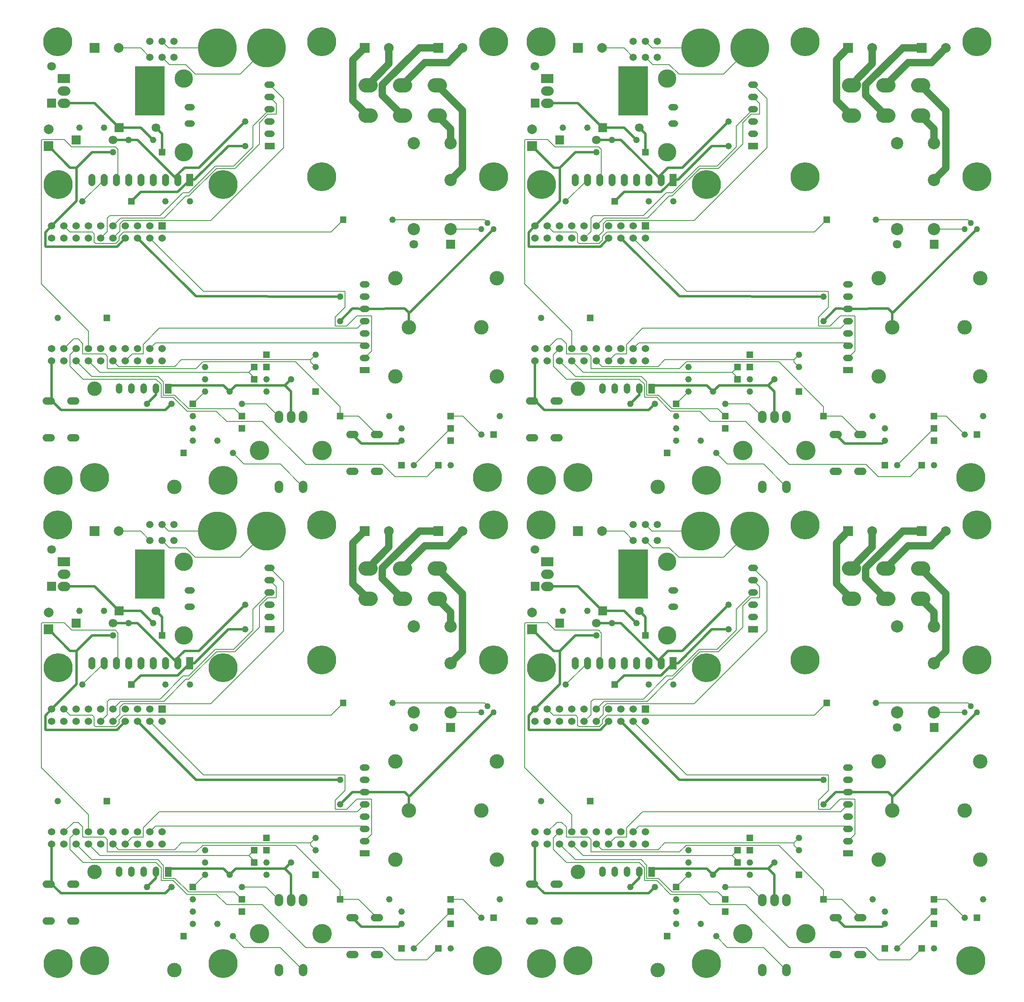
<source format=gbl>
%FSLAX24Y24*%
%MOIN*%
%ADD10C,0.0079*%
%ADD11C,0.0199*%
%ADD12C,0.0500*%
%ADD13C,0.0520*%
%ADD14C,0.0550*%
%ADD15C,0.0591*%
%ADD16C,0.0600*%
%ADD17C,0.0601*%
%ADD18C,0.0700*%
%ADD19C,0.0709*%
%ADD20C,0.0750*%
%ADD21C,0.0787*%
%ADD22C,0.1000*%
%ADD23C,0.1181*%
%ADD24C,0.1500*%
%ADD25C,0.1575*%
%ADD26C,0.2362*%
%ADD27C,0.3150*%
D10*
G01X4500Y13920D02*
X4500Y12500D01*
X4776Y10224D02*
X3500Y11500D01*
X4819Y22000D02*
X3000Y22000D01*
X4969Y21164D02*
X4969Y21850D01*
X4819Y22000D01*
X5079Y21054D02*
X4969Y21164D01*
X5434Y10566D02*
X4500Y11500D01*
X5750Y26250D02*
X4000Y24500D01*
X5864Y12058D02*
X6042Y11879D01*
X6042Y10886D02*
X6063Y10865D01*
X6042Y11879D02*
X6042Y10886D01*
X6042Y22042D02*
X5500Y21500D01*
X6042Y23119D02*
X6042Y22042D01*
X6063Y10865D02*
X13268Y10865D01*
X6243Y23320D02*
X6042Y23119D01*
X667Y17753D02*
X4500Y13920D01*
X667Y29471D02*
X667Y17753D01*
X6686Y28933D02*
X3130Y28933D01*
X6713Y21054D02*
X5079Y21054D01*
X6750Y26250D02*
X6902Y26402D01*
X6902Y28718D01*
X6686Y28933D01*
X6954Y11046D02*
X6500Y11500D01*
X6969Y37000D02*
X8751Y37000D01*
X7000Y21341D02*
X6713Y21054D01*
X7000Y21625D02*
X7000Y21341D01*
X7058Y22058D02*
X6500Y21500D01*
X7058Y22682D02*
X7058Y22058D01*
X7140Y23140D02*
X6500Y22500D01*
X7316Y22941D02*
X7058Y22682D01*
X736Y29541D02*
X667Y29471D01*
X7375Y22000D02*
X7000Y21625D01*
X7500Y11500D02*
X8058Y12058D01*
X8937Y12058D01*
X8751Y37000D02*
X9500Y36250D01*
X8937Y12058D02*
X8958Y12079D01*
X8958Y12837D01*
X10273Y14152D01*
X9500Y12500D02*
X9970Y12970D01*
X9500Y21500D02*
X13848Y17152D01*
X9970Y12970D02*
X26781Y12970D01*
X9991Y10012D02*
X10417Y9585D01*
X10160Y10224D02*
X4776Y10224D01*
X10273Y14152D02*
X26402Y14152D01*
X10333Y23320D02*
X6243Y23320D01*
X10417Y8549D02*
X10438Y8528D01*
X10417Y9585D02*
X10417Y8549D01*
X10438Y8528D02*
X11409Y8528D01*
X10598Y8730D02*
X10598Y9786D01*
X10160Y10224D01*
X10619Y8709D02*
X10598Y8730D01*
X10660Y23140D02*
X7140Y23140D01*
X11034Y37000D02*
X10484Y37549D01*
X11093Y35642D02*
X10484Y36250D01*
X11409Y8528D02*
X12524Y7413D01*
X11517Y11046D02*
X6954Y11046D01*
X11542Y8709D02*
X10619Y8709D01*
X12070Y11598D02*
X11517Y11046D01*
X12203Y25190D02*
X10333Y23320D01*
X12437Y35642D02*
X11093Y35642D01*
X12441Y24921D02*
X10660Y23140D01*
X12524Y7413D02*
X14911Y7413D01*
X12656Y7594D02*
X11542Y8709D01*
X12660Y24921D02*
X12441Y24921D01*
X12676Y25190D02*
X12203Y25190D01*
X13209Y34870D02*
X12437Y35642D01*
X13268Y10865D02*
X13820Y11417D01*
X21364Y11417D01*
X13848Y17152D02*
X25381Y17152D01*
X14000Y9000D02*
X13000Y8000D01*
X14461Y22941D02*
X7316Y22941D01*
X14844Y27358D02*
X12676Y25190D01*
X14911Y7413D02*
X15759Y6566D01*
X14917Y27178D02*
X12660Y24921D01*
X15000Y37000D02*
X11034Y37000D01*
X15759Y6566D02*
X18673Y6566D01*
X16324Y27358D02*
X14844Y27358D01*
X16406Y7594D02*
X12656Y7594D01*
X16416Y27178D02*
X14917Y27178D01*
X16870Y34870D02*
X13209Y34870D01*
X17000Y7000D02*
X16406Y7594D01*
X17165Y3085D02*
X16250Y4000D01*
X17566Y10566D02*
X5434Y10566D01*
X17566Y10566D02*
X18000Y10131D01*
X17894Y28928D02*
X16324Y27358D01*
X17894Y30643D02*
X17894Y28928D01*
X18000Y10131D02*
X18000Y10000D01*
X18000Y11000D02*
X17566Y10566D01*
X18416Y29178D02*
X16416Y27178D01*
X18416Y30909D02*
X18416Y29178D01*
X18673Y6566D02*
X22185Y3054D01*
X18959Y8000D02*
X17000Y8000D01*
X19000Y37000D02*
X16870Y34870D01*
X19091Y31584D02*
X18416Y30909D01*
X19250Y32000D02*
X17894Y30643D01*
X19250Y33000D02*
X19795Y32455D01*
X19250Y34000D02*
X20390Y32861D01*
X19774Y31584D02*
X19091Y31584D01*
X19795Y31605D02*
X19774Y31584D01*
X19795Y32455D02*
X19795Y31605D01*
X20000Y6959D02*
X18959Y8000D01*
X20134Y3085D02*
X17165Y3085D01*
X20390Y28870D02*
X14461Y22941D01*
X20390Y32861D02*
X20390Y28870D01*
X21364Y11417D02*
X25000Y7781D01*
X21969Y1250D02*
X20134Y3085D01*
X22185Y3054D02*
X28469Y3054D01*
X22598Y11402D02*
X22598Y11598D01*
X12070Y11598D01*
X23000Y11000D02*
X22598Y11402D01*
X23000Y12000D02*
X22598Y11598D01*
X24251Y22000D02*
X7375Y22000D01*
X24596Y14370D02*
X24617Y14349D01*
X24596Y15060D02*
X24596Y14370D01*
X24617Y14349D02*
X25530Y14349D01*
X2500Y12500D02*
X3283Y13283D01*
X25000Y7000D02*
X26500Y7000D01*
X25000Y7781D02*
X25000Y7000D01*
X2522Y29541D02*
X736Y29541D01*
X25250Y23000D02*
X24251Y22000D01*
X25381Y17152D02*
X25402Y17131D01*
X25402Y15866D02*
X24596Y15060D01*
X25402Y17131D02*
X25402Y15866D01*
X25530Y14349D02*
X26349Y15168D01*
X27535Y15168D01*
X26402Y14152D02*
X27000Y14750D01*
X26500Y7000D02*
X28000Y5500D01*
X26781Y12970D02*
X27000Y12750D01*
X27535Y15168D02*
X27556Y15147D01*
X27556Y12307D02*
X27000Y11750D01*
X27556Y15147D02*
X27556Y12307D01*
X28469Y3054D02*
X29448Y2075D01*
X29250Y23000D02*
X36751Y23000D01*
X29448Y2075D02*
X32075Y2075D01*
X3000Y11059D02*
X4047Y10012D01*
X3000Y12000D02*
X3000Y11059D01*
X3000Y22000D02*
X2500Y22500D01*
X31000Y3000D02*
X34000Y6000D01*
X3130Y28933D02*
X2522Y29541D01*
X32075Y2075D02*
X33000Y3000D01*
X3283Y13283D02*
X3659Y13283D01*
X3500Y12500D02*
X3000Y12000D01*
X35000Y7000D02*
X34000Y7000D01*
X36500Y5500D02*
X35000Y7000D01*
X36500Y22250D02*
X34000Y22250D01*
X3659Y13283D02*
X4042Y12900D01*
X36751Y23000D02*
X37000Y22750D01*
X4042Y12079D02*
X4063Y12058D01*
X4042Y12900D02*
X4042Y12079D01*
X4047Y10012D02*
X9991Y10012D01*
X4063Y12058D02*
X5864Y12058D01*
X43870Y13920D02*
X43870Y12500D01*
X44146Y10224D02*
X42870Y11500D01*
X44189Y22000D02*
X42370Y22000D01*
X44339Y21164D02*
X44339Y21850D01*
X44189Y22000D01*
X44449Y21054D02*
X44339Y21164D01*
X44804Y10566D02*
X43870Y11500D01*
X45120Y26250D02*
X43370Y24500D01*
X45234Y12058D02*
X45412Y11879D01*
X45412Y10886D02*
X45433Y10865D01*
X45412Y11879D02*
X45412Y10886D01*
X45412Y22042D02*
X44870Y21500D01*
X45412Y23119D02*
X45412Y22042D01*
X45433Y10865D02*
X52638Y10865D01*
X45613Y23320D02*
X45412Y23119D01*
X40037Y17753D02*
X43870Y13920D01*
X40037Y29471D02*
X40037Y17753D01*
X46056Y28933D02*
X42500Y28933D01*
X46083Y21054D02*
X44449Y21054D01*
X46120Y26250D02*
X46272Y26402D01*
X46272Y28718D01*
X46056Y28933D01*
X46324Y11046D02*
X45870Y11500D01*
X46339Y37000D02*
X48121Y37000D01*
X46370Y21341D02*
X46083Y21054D01*
X46370Y21625D02*
X46370Y21341D01*
X46428Y22058D02*
X45870Y21500D01*
X46428Y22682D02*
X46428Y22058D01*
X46510Y23140D02*
X45870Y22500D01*
X46686Y22941D02*
X46428Y22682D01*
X40106Y29541D02*
X40037Y29471D01*
X46745Y22000D02*
X46370Y21625D01*
X46870Y11500D02*
X47428Y12058D01*
X48307Y12058D01*
X48121Y37000D02*
X48870Y36250D01*
X48307Y12058D02*
X48328Y12079D01*
X48328Y12837D01*
X49643Y14152D01*
X48870Y12500D02*
X49340Y12970D01*
X48870Y21500D02*
X53218Y17152D01*
X49340Y12970D02*
X66151Y12970D01*
X49361Y10012D02*
X49787Y9585D01*
X49530Y10224D02*
X44146Y10224D01*
X49643Y14152D02*
X65772Y14152D01*
X49703Y23320D02*
X45613Y23320D01*
X49787Y8549D02*
X49808Y8528D01*
X49787Y9585D02*
X49787Y8549D01*
X49808Y8528D02*
X50780Y8528D01*
X49969Y8730D02*
X49969Y9786D01*
X49530Y10224D01*
X49990Y8709D02*
X49969Y8730D01*
X50030Y23140D02*
X46510Y23140D01*
X50404Y37000D02*
X49854Y37549D01*
X50463Y35642D02*
X49854Y36250D01*
X50780Y8528D02*
X51894Y7413D01*
X50887Y11046D02*
X46324Y11046D01*
X50912Y8709D02*
X49990Y8709D01*
X51440Y11598D02*
X50887Y11046D01*
X51573Y25190D02*
X49703Y23320D01*
X51807Y35642D02*
X50463Y35642D01*
X51811Y24921D02*
X50030Y23140D01*
X51894Y7413D02*
X54281Y7413D01*
X52026Y7594D02*
X50912Y8709D01*
X52030Y24921D02*
X51811Y24921D01*
X52046Y25190D02*
X51573Y25190D01*
X52579Y34870D02*
X51807Y35642D01*
X52638Y10865D02*
X53190Y11417D01*
X60734Y11417D01*
X53218Y17152D02*
X64751Y17152D01*
X53370Y9000D02*
X52370Y8000D01*
X53831Y22941D02*
X46686Y22941D01*
X54214Y27358D02*
X52046Y25190D01*
X54281Y7413D02*
X55129Y6566D01*
X54287Y27178D02*
X52030Y24921D01*
X54370Y37000D02*
X50404Y37000D01*
X55129Y6566D02*
X58043Y6566D01*
X55694Y27358D02*
X54214Y27358D01*
X55776Y7594D02*
X52026Y7594D01*
X55786Y27178D02*
X54287Y27178D01*
X56240Y34870D02*
X52579Y34870D01*
X56370Y7000D02*
X55776Y7594D01*
X56535Y3085D02*
X55620Y4000D01*
X56936Y10566D02*
X44804Y10566D01*
X56936Y10566D02*
X57370Y10131D01*
X57264Y28928D02*
X55694Y27358D01*
X57264Y30643D02*
X57264Y28928D01*
X57370Y10131D02*
X57370Y10000D01*
X57370Y11000D02*
X56936Y10566D01*
X57786Y29178D02*
X55786Y27178D01*
X57786Y30909D02*
X57786Y29178D01*
X58043Y6566D02*
X61555Y3054D01*
X58329Y8000D02*
X56370Y8000D01*
X58370Y37000D02*
X56240Y34870D01*
X58461Y31584D02*
X57786Y30909D01*
X58620Y32000D02*
X57264Y30643D01*
X58620Y33000D02*
X59165Y32455D01*
X58620Y34000D02*
X59760Y32861D01*
X59144Y31584D02*
X58461Y31584D01*
X59165Y31605D02*
X59144Y31584D01*
X59165Y32455D02*
X59165Y31605D01*
X59370Y6959D02*
X58329Y8000D01*
X59504Y3085D02*
X56535Y3085D01*
X59760Y28870D02*
X53831Y22941D01*
X59760Y32861D02*
X59760Y28870D01*
X60734Y11417D02*
X64370Y7781D01*
X61339Y1250D02*
X59504Y3085D01*
X61555Y3054D02*
X67839Y3054D01*
X61969Y11402D02*
X61969Y11598D01*
X51440Y11598D01*
X62370Y11000D02*
X61969Y11402D01*
X62370Y12000D02*
X61969Y11598D01*
X63621Y22000D02*
X46745Y22000D01*
X63966Y14370D02*
X63987Y14349D01*
X63966Y15060D02*
X63966Y14370D01*
X63987Y14349D02*
X64900Y14349D01*
X41870Y12500D02*
X42654Y13283D01*
X64370Y7000D02*
X65870Y7000D01*
X64370Y7781D02*
X64370Y7000D01*
X41892Y29541D02*
X40106Y29541D01*
X64620Y23000D02*
X63621Y22000D01*
X64751Y17152D02*
X64772Y17131D01*
X64772Y15866D02*
X63966Y15060D01*
X64772Y17131D02*
X64772Y15866D01*
X64900Y14349D02*
X65719Y15168D01*
X66906Y15168D01*
X65772Y14152D02*
X66370Y14750D01*
X65870Y7000D02*
X67370Y5500D01*
X66151Y12970D02*
X66370Y12750D01*
X66906Y15168D02*
X66927Y15147D01*
X66927Y12307D02*
X66370Y11750D01*
X66927Y15147D02*
X66927Y12307D01*
X67839Y3054D02*
X68818Y2075D01*
X68620Y23000D02*
X76121Y23000D01*
X68818Y2075D02*
X71445Y2075D01*
X42370Y11059D02*
X43417Y10012D01*
X42370Y12000D02*
X42370Y11059D01*
X42370Y22000D02*
X41870Y22500D01*
X70370Y3000D02*
X73370Y6000D01*
X42500Y28933D02*
X41892Y29541D01*
X71445Y2075D02*
X72370Y3000D01*
X42654Y13283D02*
X43029Y13283D01*
X42870Y12500D02*
X42370Y12000D01*
X74370Y7000D02*
X73370Y7000D01*
X75870Y5500D02*
X74370Y7000D01*
X75870Y22250D02*
X73370Y22250D01*
X43029Y13283D02*
X43412Y12900D01*
X76121Y23000D02*
X76370Y22750D01*
X43412Y12079D02*
X43433Y12058D01*
X43412Y12900D02*
X43412Y12079D01*
X43417Y10012D02*
X49361Y10012D01*
X43433Y12058D02*
X45234Y12058D01*
X4500Y53290D02*
X4500Y51870D01*
X4776Y49594D02*
X3500Y50870D01*
X4819Y61370D02*
X3000Y61370D01*
X4969Y60534D02*
X4969Y61220D01*
X4819Y61370D01*
X5079Y60424D02*
X4969Y60534D01*
X5434Y49936D02*
X4500Y50870D01*
X5750Y65620D02*
X4000Y63870D01*
X5864Y51428D02*
X6042Y51249D01*
X6042Y50256D02*
X6063Y50235D01*
X6042Y51249D02*
X6042Y50256D01*
X6042Y61412D02*
X5500Y60870D01*
X6042Y62490D02*
X6042Y61412D01*
X6063Y50235D02*
X13268Y50235D01*
X6243Y62690D02*
X6042Y62490D01*
X667Y57123D02*
X4500Y53290D01*
X667Y68841D02*
X667Y57123D01*
X6686Y68303D02*
X3130Y68303D01*
X6713Y60424D02*
X5079Y60424D01*
X6750Y65620D02*
X6902Y65772D01*
X6902Y68088D01*
X6686Y68303D01*
X6954Y50416D02*
X6500Y50870D01*
X6969Y76370D02*
X8751Y76370D01*
X7000Y60711D02*
X6713Y60424D01*
X7000Y60995D02*
X7000Y60711D01*
X7058Y61428D02*
X6500Y60870D01*
X7058Y62052D02*
X7058Y61428D01*
X7140Y62510D02*
X6500Y61870D01*
X7316Y62311D02*
X7058Y62052D01*
X736Y68911D02*
X667Y68841D01*
X7375Y61370D02*
X7000Y60995D01*
X7500Y50870D02*
X8058Y51428D01*
X8937Y51428D01*
X8751Y76370D02*
X9500Y75620D01*
X8937Y51428D02*
X8958Y51449D01*
X8958Y52207D01*
X10273Y53522D01*
X9500Y51870D02*
X9970Y52340D01*
X9500Y60870D02*
X13848Y56522D01*
X9970Y52340D02*
X26781Y52340D01*
X9991Y49382D02*
X10417Y48955D01*
X10160Y49594D02*
X4776Y49594D01*
X10273Y53522D02*
X26402Y53522D01*
X10333Y62690D02*
X6243Y62690D01*
X10417Y47919D02*
X10438Y47898D01*
X10417Y48955D02*
X10417Y47919D01*
X10438Y47898D02*
X11409Y47898D01*
X10598Y48100D02*
X10598Y49156D01*
X10160Y49594D01*
X10619Y48079D02*
X10598Y48100D01*
X10660Y62510D02*
X7140Y62510D01*
X11034Y76370D02*
X10484Y76919D01*
X11093Y75012D02*
X10484Y75620D01*
X11409Y47898D02*
X12524Y46783D01*
X11517Y50416D02*
X6954Y50416D01*
X11542Y48079D02*
X10619Y48079D01*
X12070Y50969D02*
X11517Y50416D01*
X12203Y64560D02*
X10333Y62690D01*
X12437Y75012D02*
X11093Y75012D01*
X12441Y64291D02*
X10660Y62510D01*
X12524Y46783D02*
X14911Y46783D01*
X12656Y46965D02*
X11542Y48079D01*
X12660Y64291D02*
X12441Y64291D01*
X12676Y64560D02*
X12203Y64560D01*
X13209Y74240D02*
X12437Y75012D01*
X13268Y50235D02*
X13820Y50787D01*
X21364Y50787D01*
X13848Y56522D02*
X25381Y56522D01*
X14000Y48370D02*
X13000Y47370D01*
X14461Y62311D02*
X7316Y62311D01*
X14844Y66728D02*
X12676Y64560D01*
X14911Y46783D02*
X15759Y45936D01*
X14917Y66549D02*
X12660Y64291D01*
X15000Y76370D02*
X11034Y76370D01*
X15759Y45936D02*
X18673Y45936D01*
X16324Y66728D02*
X14844Y66728D01*
X16406Y46965D02*
X12656Y46965D01*
X16416Y66549D02*
X14917Y66549D01*
X16870Y74240D02*
X13209Y74240D01*
X17000Y46370D02*
X16406Y46965D01*
X17165Y42455D02*
X16250Y43370D01*
X17566Y49936D02*
X5434Y49936D01*
X17566Y49936D02*
X18000Y49501D01*
X17894Y68298D02*
X16324Y66728D01*
X17894Y70013D02*
X17894Y68298D01*
X18000Y49501D02*
X18000Y49370D01*
X18000Y50370D02*
X17566Y49936D01*
X18416Y68549D02*
X16416Y66549D01*
X18416Y70280D02*
X18416Y68549D01*
X18673Y45936D02*
X22185Y42424D01*
X18959Y47370D02*
X17000Y47370D01*
X19000Y76370D02*
X16870Y74240D01*
X19091Y70954D02*
X18416Y70280D01*
X19250Y71370D02*
X17894Y70013D01*
X19250Y72370D02*
X19795Y71825D01*
X19250Y73370D02*
X20390Y72231D01*
X19774Y70954D02*
X19091Y70954D01*
X19795Y70975D02*
X19774Y70954D01*
X19795Y71825D02*
X19795Y70975D01*
X20000Y46329D02*
X18959Y47370D01*
X20134Y42455D02*
X17165Y42455D01*
X20390Y68240D02*
X14461Y62311D01*
X20390Y72231D02*
X20390Y68240D01*
X21364Y50787D02*
X25000Y47151D01*
X21969Y40620D02*
X20134Y42455D01*
X22185Y42424D02*
X28469Y42424D01*
X22598Y50772D02*
X22598Y50969D01*
X12070Y50969D01*
X23000Y50370D02*
X22598Y50772D01*
X23000Y51370D02*
X22598Y50969D01*
X24251Y61370D02*
X7375Y61370D01*
X24596Y53740D02*
X24617Y53719D01*
X24596Y54430D02*
X24596Y53740D01*
X24617Y53719D02*
X25530Y53719D01*
X2500Y51870D02*
X3283Y52654D01*
X25000Y46370D02*
X26500Y46370D01*
X25000Y47151D02*
X25000Y46370D01*
X2522Y68911D02*
X736Y68911D01*
X25250Y62370D02*
X24251Y61370D01*
X25381Y56522D02*
X25402Y56501D01*
X25402Y55236D02*
X24596Y54430D01*
X25402Y56501D02*
X25402Y55236D01*
X25530Y53719D02*
X26349Y54538D01*
X27535Y54538D01*
X26402Y53522D02*
X27000Y54120D01*
X26500Y46370D02*
X28000Y44870D01*
X26781Y52340D02*
X27000Y52120D01*
X27535Y54538D02*
X27556Y54517D01*
X27556Y51677D02*
X27000Y51120D01*
X27556Y54517D02*
X27556Y51677D01*
X28469Y42424D02*
X29448Y41445D01*
X29250Y62370D02*
X36751Y62370D01*
X29448Y41445D02*
X32075Y41445D01*
X3000Y50429D02*
X4047Y49382D01*
X3000Y51370D02*
X3000Y50429D01*
X3000Y61370D02*
X2500Y61870D01*
X31000Y42370D02*
X34000Y45370D01*
X3130Y68303D02*
X2522Y68911D01*
X32075Y41445D02*
X33000Y42370D01*
X3283Y52654D02*
X3659Y52654D01*
X3500Y51870D02*
X3000Y51370D01*
X35000Y46370D02*
X34000Y46370D01*
X36500Y44870D02*
X35000Y46370D01*
X36500Y61620D02*
X34000Y61620D01*
X3659Y52654D02*
X4042Y52270D01*
X36751Y62370D02*
X37000Y62120D01*
X4042Y51449D02*
X4063Y51428D01*
X4042Y52270D02*
X4042Y51449D01*
X4047Y49382D02*
X9991Y49382D01*
X4063Y51428D02*
X5864Y51428D01*
X43870Y53290D02*
X43870Y51870D01*
X44146Y49594D02*
X42870Y50870D01*
X44189Y61370D02*
X42370Y61370D01*
X44339Y60534D02*
X44339Y61220D01*
X44189Y61370D01*
X44449Y60424D02*
X44339Y60534D01*
X44804Y49936D02*
X43870Y50870D01*
X45120Y65620D02*
X43370Y63870D01*
X45234Y51428D02*
X45412Y51249D01*
X45412Y50256D02*
X45433Y50235D01*
X45412Y51249D02*
X45412Y50256D01*
X45412Y61412D02*
X44870Y60870D01*
X45412Y62490D02*
X45412Y61412D01*
X45433Y50235D02*
X52638Y50235D01*
X45613Y62690D02*
X45412Y62490D01*
X40037Y57123D02*
X43870Y53290D01*
X40037Y68841D02*
X40037Y57123D01*
X46056Y68303D02*
X42500Y68303D01*
X46083Y60424D02*
X44449Y60424D01*
X46120Y65620D02*
X46272Y65772D01*
X46272Y68088D01*
X46056Y68303D01*
X46324Y50416D02*
X45870Y50870D01*
X46339Y76370D02*
X48121Y76370D01*
X46370Y60711D02*
X46083Y60424D01*
X46370Y60995D02*
X46370Y60711D01*
X46428Y61428D02*
X45870Y60870D01*
X46428Y62052D02*
X46428Y61428D01*
X46510Y62510D02*
X45870Y61870D01*
X46686Y62311D02*
X46428Y62052D01*
X40106Y68911D02*
X40037Y68841D01*
X46745Y61370D02*
X46370Y60995D01*
X46870Y50870D02*
X47428Y51428D01*
X48307Y51428D01*
X48121Y76370D02*
X48870Y75620D01*
X48307Y51428D02*
X48328Y51449D01*
X48328Y52207D01*
X49643Y53522D01*
X48870Y51870D02*
X49340Y52340D01*
X48870Y60870D02*
X53218Y56522D01*
X49340Y52340D02*
X66151Y52340D01*
X49361Y49382D02*
X49787Y48955D01*
X49530Y49594D02*
X44146Y49594D01*
X49643Y53522D02*
X65772Y53522D01*
X49703Y62690D02*
X45613Y62690D01*
X49787Y47919D02*
X49808Y47898D01*
X49787Y48955D02*
X49787Y47919D01*
X49808Y47898D02*
X50780Y47898D01*
X49969Y48100D02*
X49969Y49156D01*
X49530Y49594D01*
X49990Y48079D02*
X49969Y48100D01*
X50030Y62510D02*
X46510Y62510D01*
X50404Y76370D02*
X49854Y76919D01*
X50463Y75012D02*
X49854Y75620D01*
X50780Y47898D02*
X51894Y46783D01*
X50887Y50416D02*
X46324Y50416D01*
X50912Y48079D02*
X49990Y48079D01*
X51440Y50969D02*
X50887Y50416D01*
X51573Y64560D02*
X49703Y62690D01*
X51807Y75012D02*
X50463Y75012D01*
X51811Y64291D02*
X50030Y62510D01*
X51894Y46783D02*
X54281Y46783D01*
X52026Y46965D02*
X50912Y48079D01*
X52030Y64291D02*
X51811Y64291D01*
X52046Y64560D02*
X51573Y64560D01*
X52579Y74240D02*
X51807Y75012D01*
X52638Y50235D02*
X53190Y50787D01*
X60734Y50787D01*
X53218Y56522D02*
X64751Y56522D01*
X53370Y48370D02*
X52370Y47370D01*
X53831Y62311D02*
X46686Y62311D01*
X54214Y66728D02*
X52046Y64560D01*
X54281Y46783D02*
X55129Y45936D01*
X54287Y66549D02*
X52030Y64291D01*
X54370Y76370D02*
X50404Y76370D01*
X55129Y45936D02*
X58043Y45936D01*
X55694Y66728D02*
X54214Y66728D01*
X55776Y46965D02*
X52026Y46965D01*
X55786Y66549D02*
X54287Y66549D01*
X56240Y74240D02*
X52579Y74240D01*
X56370Y46370D02*
X55776Y46965D01*
X56535Y42455D02*
X55620Y43370D01*
X56936Y49936D02*
X44804Y49936D01*
X56936Y49936D02*
X57370Y49501D01*
X57264Y68298D02*
X55694Y66728D01*
X57264Y70013D02*
X57264Y68298D01*
X57370Y49501D02*
X57370Y49370D01*
X57370Y50370D02*
X56936Y49936D01*
X57786Y68549D02*
X55786Y66549D01*
X57786Y70280D02*
X57786Y68549D01*
X58043Y45936D02*
X61555Y42424D01*
X58329Y47370D02*
X56370Y47370D01*
X58370Y76370D02*
X56240Y74240D01*
X58461Y70954D02*
X57786Y70280D01*
X58620Y71370D02*
X57264Y70013D01*
X58620Y72370D02*
X59165Y71825D01*
X58620Y73370D02*
X59760Y72231D01*
X59144Y70954D02*
X58461Y70954D01*
X59165Y70975D02*
X59144Y70954D01*
X59165Y71825D02*
X59165Y70975D01*
X59370Y46329D02*
X58329Y47370D01*
X59504Y42455D02*
X56535Y42455D01*
X59760Y68240D02*
X53831Y62311D01*
X59760Y72231D02*
X59760Y68240D01*
X60734Y50787D02*
X64370Y47151D01*
X61339Y40620D02*
X59504Y42455D01*
X61555Y42424D02*
X67839Y42424D01*
X61969Y50772D02*
X61969Y50969D01*
X51440Y50969D01*
X62370Y50370D02*
X61969Y50772D01*
X62370Y51370D02*
X61969Y50969D01*
X63621Y61370D02*
X46745Y61370D01*
X63966Y53740D02*
X63987Y53719D01*
X63966Y54430D02*
X63966Y53740D01*
X63987Y53719D02*
X64900Y53719D01*
X41870Y51870D02*
X42654Y52654D01*
X64370Y46370D02*
X65870Y46370D01*
X64370Y47151D02*
X64370Y46370D01*
X41892Y68911D02*
X40106Y68911D01*
X64620Y62370D02*
X63621Y61370D01*
X64751Y56522D02*
X64772Y56501D01*
X64772Y55236D02*
X63966Y54430D01*
X64772Y56501D02*
X64772Y55236D01*
X64900Y53719D02*
X65719Y54538D01*
X66906Y54538D01*
X65772Y53522D02*
X66370Y54120D01*
X65870Y46370D02*
X67370Y44870D01*
X66151Y52340D02*
X66370Y52120D01*
X66906Y54538D02*
X66927Y54517D01*
X66927Y51677D02*
X66370Y51120D01*
X66927Y54517D02*
X66927Y51677D01*
X67839Y42424D02*
X68818Y41445D01*
X68620Y62370D02*
X76121Y62370D01*
X68818Y41445D02*
X71445Y41445D01*
X42370Y50429D02*
X43417Y49382D01*
X42370Y51370D02*
X42370Y50429D01*
X42370Y61370D02*
X41870Y61870D01*
X70370Y42370D02*
X73370Y45370D01*
X42500Y68303D02*
X41892Y68911D01*
X71445Y41445D02*
X72370Y42370D01*
X42654Y52654D02*
X43029Y52654D01*
X42870Y51870D02*
X42370Y51370D01*
X74370Y46370D02*
X73370Y46370D01*
X75870Y44870D02*
X74370Y46370D01*
X75870Y61620D02*
X73370Y61620D01*
X43029Y52654D02*
X43412Y52270D01*
X76121Y62370D02*
X76370Y62120D01*
X43412Y51449D02*
X43433Y51428D01*
X43412Y52270D02*
X43412Y51449D01*
X43417Y49382D02*
X49361Y49382D01*
X43433Y51428D02*
X45234Y51428D01*
D11*
G01X4782Y28500D02*
X3522Y27240D01*
X5000Y32500D02*
X7000Y30500D01*
X6500Y28500D02*
X4782Y28500D01*
X6500Y29500D02*
X7750Y29500D01*
X6812Y20812D02*
X1025Y20812D01*
X7500Y21500D02*
X6812Y20812D01*
X7750Y29500D02*
X8501Y29500D01*
X8000Y24500D02*
X8752Y25252D01*
X8500Y21500D02*
X13249Y16751D01*
X8501Y29500D02*
X11545Y26457D01*
X8751Y30500D02*
X7000Y30500D01*
X8752Y25252D02*
X11752Y25252D01*
X9750Y29500D02*
X8751Y30500D01*
X980Y20857D02*
X980Y21980D01*
X1500Y22500D01*
X10000Y8749D02*
X9250Y8000D01*
X10000Y9250D02*
X10000Y8749D01*
X1025Y20812D02*
X980Y20857D01*
X10500Y28500D02*
X10500Y30000D01*
X10000Y30500D01*
X10748Y7497D02*
X2253Y7497D01*
X11249Y9500D02*
X11000Y9250D01*
X11250Y8000D02*
X10748Y7497D01*
X11545Y26457D02*
X11750Y26250D01*
X11752Y25252D02*
X12750Y26250D01*
X12329Y27241D02*
X11545Y26457D01*
X13143Y26251D02*
X12750Y26250D01*
X13249Y16751D02*
X25000Y16750D01*
X13492Y27241D02*
X12329Y27241D01*
X1500Y8251D02*
X1250Y8250D01*
X1500Y8251D02*
X1500Y11500D01*
X15500Y9500D02*
X11249Y9500D01*
X15892Y29000D02*
X13143Y26251D01*
X16000Y9000D02*
X15500Y9500D01*
X16500Y9500D02*
X16000Y9000D01*
X17250Y29000D02*
X15892Y29000D01*
X17250Y31000D02*
X13492Y27241D01*
X20500Y9500D02*
X16500Y9500D01*
X20500Y9500D02*
X20984Y9016D01*
X20984Y6959D01*
X21000Y10000D02*
X20500Y9500D01*
X2253Y7497D02*
X1500Y8251D01*
X2500Y32500D02*
X5000Y32500D01*
X25000Y14750D02*
X26000Y15751D01*
X27000Y15750D01*
X26724Y4776D02*
X26000Y5500D01*
X29776Y4776D02*
X26724Y4776D01*
X30000Y5000D02*
X29776Y4776D01*
X3010Y27240D02*
X1250Y29000D01*
X30264Y15751D02*
X27000Y15750D01*
X30594Y14250D02*
X30594Y15420D01*
X30264Y15751D01*
X30669Y15420D02*
X30594Y15420D01*
X3522Y24522D02*
X1500Y22500D01*
X3522Y27240D02*
X3010Y27240D01*
X3522Y27240D02*
X3522Y24522D01*
X37500Y22250D02*
X30669Y15420D01*
X44152Y28500D02*
X42892Y27240D01*
X44370Y32500D02*
X46370Y30500D01*
X45870Y28500D02*
X44152Y28500D01*
X45870Y29500D02*
X47120Y29500D01*
X46182Y20812D02*
X40395Y20812D01*
X46870Y21500D02*
X46182Y20812D01*
X47120Y29500D02*
X47871Y29500D01*
X47370Y24500D02*
X48122Y25252D01*
X47870Y21500D02*
X52619Y16751D01*
X47871Y29500D02*
X50915Y26457D01*
X48121Y30500D02*
X46370Y30500D01*
X48122Y25252D02*
X51122Y25252D01*
X49120Y29500D02*
X48121Y30500D01*
X40350Y20857D02*
X40350Y21980D01*
X40870Y22500D01*
X49370Y8749D02*
X48620Y8000D01*
X49370Y9250D02*
X49370Y8749D01*
X40395Y20812D02*
X40350Y20857D01*
X49870Y28500D02*
X49870Y30000D01*
X49370Y30500D01*
X50118Y7497D02*
X41623Y7497D01*
X50619Y9500D02*
X50370Y9250D01*
X50620Y8000D02*
X50118Y7497D01*
X50915Y26457D02*
X51120Y26250D01*
X51122Y25252D02*
X52120Y26250D01*
X51699Y27241D02*
X50915Y26457D01*
X52513Y26251D02*
X52120Y26250D01*
X52619Y16751D02*
X64370Y16750D01*
X52862Y27241D02*
X51699Y27241D01*
X40870Y8251D02*
X40620Y8250D01*
X40870Y8251D02*
X40870Y11500D01*
X54870Y9500D02*
X50619Y9500D01*
X55262Y29000D02*
X52513Y26251D01*
X55370Y9000D02*
X54870Y9500D01*
X55870Y9500D02*
X55370Y9000D01*
X56620Y29000D02*
X55262Y29000D01*
X56620Y31000D02*
X52862Y27241D01*
X59870Y9500D02*
X55870Y9500D01*
X59870Y9500D02*
X60354Y9016D01*
X60354Y6959D01*
X60370Y10000D02*
X59870Y9500D01*
X41623Y7497D02*
X40870Y8251D01*
X41870Y32500D02*
X44370Y32500D01*
X64370Y14750D02*
X65370Y15751D01*
X66370Y15750D01*
X66094Y4776D02*
X65370Y5500D01*
X69146Y4776D02*
X66094Y4776D01*
X69370Y5000D02*
X69146Y4776D01*
X42381Y27240D02*
X40620Y29000D01*
X69634Y15751D02*
X66370Y15750D01*
X69965Y14250D02*
X69965Y15420D01*
X69634Y15751D01*
X70039Y15420D02*
X69965Y15420D01*
X42892Y24522D02*
X40870Y22500D01*
X42892Y27240D02*
X42381Y27240D01*
X42892Y27240D02*
X42892Y24522D01*
X76870Y22250D02*
X70039Y15420D01*
X4782Y67870D02*
X3522Y66610D01*
X5000Y71870D02*
X7000Y69870D01*
X6500Y67870D02*
X4782Y67870D01*
X6500Y68870D02*
X7750Y68870D01*
X6812Y60182D02*
X1025Y60182D01*
X7500Y60870D02*
X6812Y60182D01*
X7750Y68870D02*
X8501Y68870D01*
X8000Y63870D02*
X8752Y64622D01*
X8500Y60870D02*
X13249Y56121D01*
X8501Y68870D02*
X11545Y65827D01*
X8751Y69870D02*
X7000Y69870D01*
X8752Y64622D02*
X11752Y64622D01*
X9750Y68870D02*
X8751Y69870D01*
X980Y60227D02*
X980Y61350D01*
X1500Y61870D01*
X10000Y48119D02*
X9250Y47370D01*
X10000Y48620D02*
X10000Y48119D01*
X1025Y60182D02*
X980Y60227D01*
X10500Y67870D02*
X10500Y69370D01*
X10000Y69870D01*
X10748Y46867D02*
X2253Y46867D01*
X11249Y48870D02*
X11000Y48620D01*
X11250Y47370D02*
X10748Y46867D01*
X11545Y65827D02*
X11750Y65620D01*
X11752Y64622D02*
X12750Y65620D01*
X12329Y66612D02*
X11545Y65827D01*
X13143Y65621D02*
X12750Y65620D01*
X13249Y56121D02*
X25000Y56120D01*
X13492Y66612D02*
X12329Y66612D01*
X1500Y47621D02*
X1250Y47620D01*
X1500Y47621D02*
X1500Y50870D01*
X15500Y48870D02*
X11249Y48870D01*
X15892Y68370D02*
X13143Y65621D01*
X16000Y48370D02*
X15500Y48870D01*
X16500Y48870D02*
X16000Y48370D01*
X17250Y68370D02*
X15892Y68370D01*
X17250Y70370D02*
X13492Y66612D01*
X20500Y48870D02*
X16500Y48870D01*
X20500Y48870D02*
X20984Y48386D01*
X20984Y46329D01*
X21000Y49370D02*
X20500Y48870D01*
X2253Y46867D02*
X1500Y47621D01*
X2500Y71870D02*
X5000Y71870D01*
X25000Y54120D02*
X26000Y55121D01*
X27000Y55120D01*
X26724Y44146D02*
X26000Y44870D01*
X29776Y44146D02*
X26724Y44146D01*
X30000Y44370D02*
X29776Y44146D01*
X3010Y66610D02*
X1250Y68370D01*
X30264Y55121D02*
X27000Y55120D01*
X30594Y53620D02*
X30594Y54790D01*
X30264Y55121D01*
X30669Y54790D02*
X30594Y54790D01*
X3522Y63892D02*
X1500Y61870D01*
X3522Y66610D02*
X3010Y66610D01*
X3522Y66610D02*
X3522Y63892D01*
X37500Y61620D02*
X30669Y54790D01*
X44152Y67870D02*
X42892Y66610D01*
X44370Y71870D02*
X46370Y69870D01*
X45870Y67870D02*
X44152Y67870D01*
X45870Y68870D02*
X47120Y68870D01*
X46182Y60182D02*
X40395Y60182D01*
X46870Y60870D02*
X46182Y60182D01*
X47120Y68870D02*
X47871Y68870D01*
X47370Y63870D02*
X48122Y64622D01*
X47870Y60870D02*
X52619Y56121D01*
X47871Y68870D02*
X50915Y65827D01*
X48121Y69870D02*
X46370Y69870D01*
X48122Y64622D02*
X51122Y64622D01*
X49120Y68870D02*
X48121Y69870D01*
X40350Y60227D02*
X40350Y61350D01*
X40870Y61870D01*
X49370Y48119D02*
X48620Y47370D01*
X49370Y48620D02*
X49370Y48119D01*
X40395Y60182D02*
X40350Y60227D01*
X49870Y67870D02*
X49870Y69370D01*
X49370Y69870D01*
X50118Y46867D02*
X41623Y46867D01*
X50619Y48870D02*
X50370Y48620D01*
X50620Y47370D02*
X50118Y46867D01*
X50915Y65827D02*
X51120Y65620D01*
X51122Y64622D02*
X52120Y65620D01*
X51699Y66612D02*
X50915Y65827D01*
X52513Y65621D02*
X52120Y65620D01*
X52619Y56121D02*
X64370Y56120D01*
X52862Y66612D02*
X51699Y66612D01*
X40870Y47621D02*
X40620Y47620D01*
X40870Y47621D02*
X40870Y50870D01*
X54870Y48870D02*
X50619Y48870D01*
X55262Y68370D02*
X52513Y65621D01*
X55370Y48370D02*
X54870Y48870D01*
X55870Y48870D02*
X55370Y48370D01*
X56620Y68370D02*
X55262Y68370D01*
X56620Y70370D02*
X52862Y66612D01*
X59870Y48870D02*
X55870Y48870D01*
X59870Y48870D02*
X60354Y48386D01*
X60354Y46329D01*
X60370Y49370D02*
X59870Y48870D01*
X41623Y46867D02*
X40870Y47621D01*
X41870Y71870D02*
X44370Y71870D01*
X64370Y54120D02*
X65370Y55121D01*
X66370Y55120D01*
X66094Y44146D02*
X65370Y44870D01*
X69146Y44146D02*
X66094Y44146D01*
X69370Y44370D02*
X69146Y44146D01*
X42381Y66610D02*
X40620Y68370D01*
X69634Y55121D02*
X66370Y55120D01*
X69965Y53620D02*
X69965Y54790D01*
X69634Y55121D01*
X70039Y54790D02*
X69965Y54790D01*
X42892Y63892D02*
X40870Y61870D01*
X42892Y66610D02*
X42381Y66610D01*
X42892Y66610D02*
X42892Y63892D01*
X76870Y61620D02*
X70039Y54790D01*
D12*
G01X37500Y22250D03*
X36500Y22250D03*
X37000Y22750D03*
X76870Y22250D03*
X75870Y22250D03*
X76370Y22750D03*
X37500Y61620D03*
X36500Y61620D03*
X37000Y62120D03*
X76870Y61620D03*
X75870Y61620D03*
X76370Y62120D03*
D13*
G01X17000Y8000D03*
X2000Y15000D03*
X17250Y31000D03*
X17250Y29000D03*
X5750Y30500D03*
X3750Y30500D03*
X4000Y24500D03*
X26860Y16750D02*
X27140Y16750D01*
X26860Y15750D02*
X27140Y15750D01*
X26860Y11750D02*
X27140Y11750D01*
X26860Y13750D02*
X27140Y13750D01*
X26860Y17750D02*
X27140Y17750D01*
X26860Y14750D02*
X27140Y14750D01*
X26860Y12750D02*
X27140Y12750D01*
X38000Y7000D03*
X23000Y12000D03*
X10750Y24500D03*
X12750Y24500D03*
X9250Y8000D03*
X11250Y8000D03*
X16250Y4000D03*
X34000Y3000D03*
X14000Y10000D03*
X7750Y29500D03*
X9750Y29500D03*
X7000Y9110D02*
X7000Y9390D01*
X8000Y9110D02*
X8000Y9390D01*
X10000Y9110D02*
X10000Y9390D01*
X9000Y9110D02*
X9000Y9390D01*
X25000Y16750D03*
X25000Y14750D03*
X23000Y11000D03*
X29250Y23000D03*
X29000Y7000D03*
X13000Y7000D03*
X36500Y5500D03*
X6500Y28500D03*
X14000Y11000D03*
X13000Y6000D03*
X30000Y6000D03*
X16000Y9000D03*
X14000Y9000D03*
X31000Y3000D03*
X19000Y9000D03*
X21000Y10000D03*
X19000Y10000D03*
X30000Y5000D03*
X12610Y30825D02*
X12890Y30825D01*
X19110Y30000D02*
X19390Y30000D01*
X12610Y32175D02*
X12890Y32175D01*
X19110Y33000D02*
X19390Y33000D01*
X19110Y31000D02*
X19390Y31000D01*
X19110Y34000D02*
X19390Y34000D01*
X19110Y32000D02*
X19390Y32000D01*
X15000Y5000D03*
X13000Y5000D03*
X56370Y8000D03*
X41370Y15000D03*
X56620Y31000D03*
X56620Y29000D03*
X45120Y30500D03*
X43120Y30500D03*
X43370Y24500D03*
X66230Y16750D02*
X66510Y16750D01*
X66230Y15750D02*
X66510Y15750D01*
X66230Y11750D02*
X66510Y11750D01*
X66230Y13750D02*
X66510Y13750D01*
X66230Y17750D02*
X66510Y17750D01*
X66230Y14750D02*
X66510Y14750D01*
X66230Y12750D02*
X66510Y12750D01*
X77370Y7000D03*
X62370Y12000D03*
X50120Y24500D03*
X52120Y24500D03*
X48620Y8000D03*
X50620Y8000D03*
X55620Y4000D03*
X73370Y3000D03*
X53370Y10000D03*
X47120Y29500D03*
X49120Y29500D03*
X46370Y9110D02*
X46370Y9390D01*
X47370Y9110D02*
X47370Y9390D01*
X49370Y9110D02*
X49370Y9390D01*
X48370Y9110D02*
X48370Y9390D01*
X64370Y16750D03*
X64370Y14750D03*
X62370Y11000D03*
X68620Y23000D03*
X68370Y7000D03*
X52370Y7000D03*
X75870Y5500D03*
X45870Y28500D03*
X53370Y11000D03*
X52370Y6000D03*
X69370Y6000D03*
X55370Y9000D03*
X53370Y9000D03*
X70370Y3000D03*
X58370Y9000D03*
X60370Y10000D03*
X58370Y10000D03*
X69370Y5000D03*
X51980Y30825D02*
X52260Y30825D01*
X58480Y30000D02*
X58760Y30000D01*
X51980Y32175D02*
X52260Y32175D01*
X58480Y33000D02*
X58760Y33000D01*
X58480Y31000D02*
X58760Y31000D01*
X58480Y34000D02*
X58760Y34000D01*
X58480Y32000D02*
X58760Y32000D01*
X54370Y5000D03*
X52370Y5000D03*
X17000Y47370D03*
X2000Y54370D03*
X17250Y70370D03*
X17250Y68370D03*
X5750Y69870D03*
X3750Y69870D03*
X4000Y63870D03*
X26860Y56120D02*
X27140Y56120D01*
X26860Y55120D02*
X27140Y55120D01*
X26860Y51120D02*
X27140Y51120D01*
X26860Y53120D02*
X27140Y53120D01*
X26860Y57120D02*
X27140Y57120D01*
X26860Y54120D02*
X27140Y54120D01*
X26860Y52120D02*
X27140Y52120D01*
X38000Y46370D03*
X23000Y51370D03*
X10750Y63870D03*
X12750Y63870D03*
X9250Y47370D03*
X11250Y47370D03*
X16250Y43370D03*
X34000Y42370D03*
X14000Y49370D03*
X7750Y68870D03*
X9750Y68870D03*
X7000Y48480D02*
X7000Y48760D01*
X8000Y48480D02*
X8000Y48760D01*
X10000Y48480D02*
X10000Y48760D01*
X9000Y48480D02*
X9000Y48760D01*
X25000Y56120D03*
X25000Y54120D03*
X23000Y50370D03*
X29250Y62370D03*
X29000Y46370D03*
X13000Y46370D03*
X36500Y44870D03*
X6500Y67870D03*
X14000Y50370D03*
X13000Y45370D03*
X30000Y45370D03*
X16000Y48370D03*
X14000Y48370D03*
X31000Y42370D03*
X19000Y48370D03*
X21000Y49370D03*
X19000Y49370D03*
X30000Y44370D03*
X12610Y70195D02*
X12890Y70195D01*
X19110Y69370D02*
X19390Y69370D01*
X12610Y71545D02*
X12890Y71545D01*
X19110Y72370D02*
X19390Y72370D01*
X19110Y70370D02*
X19390Y70370D01*
X19110Y73370D02*
X19390Y73370D01*
X19110Y71370D02*
X19390Y71370D01*
X15000Y44370D03*
X13000Y44370D03*
X56370Y47370D03*
X41370Y54370D03*
X56620Y70370D03*
X56620Y68370D03*
X45120Y69870D03*
X43120Y69870D03*
X43370Y63870D03*
X66230Y56120D02*
X66510Y56120D01*
X66230Y55120D02*
X66510Y55120D01*
X66230Y51120D02*
X66510Y51120D01*
X66230Y53120D02*
X66510Y53120D01*
X66230Y57120D02*
X66510Y57120D01*
X66230Y54120D02*
X66510Y54120D01*
X66230Y52120D02*
X66510Y52120D01*
X77370Y46370D03*
X62370Y51370D03*
X50120Y63870D03*
X52120Y63870D03*
X48620Y47370D03*
X50620Y47370D03*
X55620Y43370D03*
X73370Y42370D03*
X53370Y49370D03*
X47120Y68870D03*
X49120Y68870D03*
X46370Y48480D02*
X46370Y48760D01*
X47370Y48480D02*
X47370Y48760D01*
X49370Y48480D02*
X49370Y48760D01*
X48370Y48480D02*
X48370Y48760D01*
X64370Y56120D03*
X64370Y54120D03*
X62370Y50370D03*
X68620Y62370D03*
X68370Y46370D03*
X52370Y46370D03*
X75870Y44870D03*
X45870Y67870D03*
X53370Y50370D03*
X52370Y45370D03*
X69370Y45370D03*
X55370Y48370D03*
X53370Y48370D03*
X70370Y42370D03*
X58370Y48370D03*
X60370Y49370D03*
X58370Y49370D03*
X69370Y44370D03*
X51980Y70195D02*
X52260Y70195D01*
X58480Y69370D02*
X58760Y69370D01*
X51980Y71545D02*
X52260Y71545D01*
X58480Y72370D02*
X58760Y72370D01*
X58480Y70370D02*
X58760Y70370D01*
X58480Y73370D02*
X58760Y73370D01*
X58480Y71370D02*
X58760Y71370D01*
X54370Y44370D03*
X52370Y44370D03*
D14*
G01X10750Y26025D02*
X10750Y26475D01*
X11750Y26025D02*
X11750Y26475D01*
X5750Y26025D02*
X5750Y26475D01*
X9750Y26025D02*
X9750Y26475D01*
X7750Y26025D02*
X7750Y26475D01*
X4750Y26025D02*
X4750Y26475D01*
X8750Y26025D02*
X8750Y26475D01*
X6750Y26025D02*
X6750Y26475D01*
X50120Y26025D02*
X50120Y26475D01*
X51120Y26025D02*
X51120Y26475D01*
X45120Y26025D02*
X45120Y26475D01*
X49120Y26025D02*
X49120Y26475D01*
X47120Y26025D02*
X47120Y26475D01*
X44120Y26025D02*
X44120Y26475D01*
X48120Y26025D02*
X48120Y26475D01*
X46120Y26025D02*
X46120Y26475D01*
X10750Y65395D02*
X10750Y65845D01*
X11750Y65395D02*
X11750Y65845D01*
X5750Y65395D02*
X5750Y65845D01*
X9750Y65395D02*
X9750Y65845D01*
X7750Y65395D02*
X7750Y65845D01*
X4750Y65395D02*
X4750Y65845D01*
X8750Y65395D02*
X8750Y65845D01*
X6750Y65395D02*
X6750Y65845D01*
X50120Y65395D02*
X50120Y65845D01*
X51120Y65395D02*
X51120Y65845D01*
X45120Y65395D02*
X45120Y65845D01*
X49120Y65395D02*
X49120Y65845D01*
X47120Y65395D02*
X47120Y65845D01*
X44120Y65395D02*
X44120Y65845D01*
X48120Y65395D02*
X48120Y65845D01*
X46120Y65395D02*
X46120Y65845D01*
D15*
G01X11469Y36250D03*
X11469Y37549D03*
X10484Y36250D03*
X9500Y36250D03*
X9500Y37549D03*
X10484Y37549D03*
X50839Y36250D03*
X50839Y37549D03*
X49854Y36250D03*
X48870Y36250D03*
X48870Y37549D03*
X49854Y37549D03*
X11469Y75620D03*
X11469Y76919D03*
X10484Y75620D03*
X9500Y75620D03*
X9500Y76919D03*
X10484Y76919D03*
X50839Y75620D03*
X50839Y76919D03*
X49854Y75620D03*
X48870Y75620D03*
X48870Y76919D03*
X49854Y76919D03*
D16*
G01X3450Y5250D02*
X3050Y5250D01*
X3450Y8250D02*
X3050Y8250D01*
X1450Y5250D02*
X1050Y5250D01*
X1450Y8250D02*
X1050Y8250D01*
X4500Y21500D03*
X9500Y21500D03*
X9500Y12500D03*
X7500Y12500D03*
X7500Y11500D03*
X8500Y11500D03*
X5500Y22500D03*
X4500Y11500D03*
X8500Y12500D03*
X1500Y21500D03*
X6500Y11500D03*
X10500Y21500D03*
X8500Y22500D03*
X3500Y21500D03*
X2500Y21500D03*
X10500Y11500D03*
X1500Y12500D03*
X5500Y12500D03*
X8500Y21500D03*
X4500Y12500D03*
X7500Y22500D03*
X7500Y21500D03*
X9500Y11500D03*
X2500Y12500D03*
X9500Y22500D03*
X6500Y21500D03*
X4500Y22500D03*
X6500Y22500D03*
X3500Y22500D03*
X3500Y11500D03*
X1500Y11500D03*
X6500Y12500D03*
X5500Y21500D03*
X3500Y12500D03*
X2500Y22500D03*
X5500Y11500D03*
X2500Y11500D03*
X10500Y12500D03*
X1500Y22500D03*
X28200Y2500D02*
X27800Y2500D01*
X28200Y5500D02*
X27800Y5500D01*
X26200Y2500D02*
X25800Y2500D01*
X26200Y5500D02*
X25800Y5500D01*
X42820Y5250D02*
X42420Y5250D01*
X42820Y8250D02*
X42420Y8250D01*
X40820Y5250D02*
X40420Y5250D01*
X40820Y8250D02*
X40420Y8250D01*
X43870Y21500D03*
X48870Y21500D03*
X48870Y12500D03*
X46870Y12500D03*
X46870Y11500D03*
X47870Y11500D03*
X44870Y22500D03*
X43870Y11500D03*
X47870Y12500D03*
X40870Y21500D03*
X45870Y11500D03*
X49870Y21500D03*
X47870Y22500D03*
X42870Y21500D03*
X41870Y21500D03*
X49870Y11500D03*
X40870Y12500D03*
X44870Y12500D03*
X47870Y21500D03*
X43870Y12500D03*
X46870Y22500D03*
X46870Y21500D03*
X48870Y11500D03*
X41870Y12500D03*
X48870Y22500D03*
X45870Y21500D03*
X43870Y22500D03*
X45870Y22500D03*
X42870Y22500D03*
X42870Y11500D03*
X40870Y11500D03*
X45870Y12500D03*
X44870Y21500D03*
X42870Y12500D03*
X41870Y22500D03*
X44870Y11500D03*
X41870Y11500D03*
X49870Y12500D03*
X40870Y22500D03*
X67570Y2500D02*
X67170Y2500D01*
X67570Y5500D02*
X67170Y5500D01*
X65570Y2500D02*
X65170Y2500D01*
X65570Y5500D02*
X65170Y5500D01*
X3450Y44620D02*
X3050Y44620D01*
X3450Y47620D02*
X3050Y47620D01*
X1450Y44620D02*
X1050Y44620D01*
X1450Y47620D02*
X1050Y47620D01*
X4500Y60870D03*
X9500Y60870D03*
X9500Y51870D03*
X7500Y51870D03*
X7500Y50870D03*
X8500Y50870D03*
X5500Y61870D03*
X4500Y50870D03*
X8500Y51870D03*
X1500Y60870D03*
X6500Y50870D03*
X10500Y60870D03*
X8500Y61870D03*
X3500Y60870D03*
X2500Y60870D03*
X10500Y50870D03*
X1500Y51870D03*
X5500Y51870D03*
X8500Y60870D03*
X4500Y51870D03*
X7500Y61870D03*
X7500Y60870D03*
X9500Y50870D03*
X2500Y51870D03*
X9500Y61870D03*
X6500Y60870D03*
X4500Y61870D03*
X6500Y61870D03*
X3500Y61870D03*
X3500Y50870D03*
X1500Y50870D03*
X6500Y51870D03*
X5500Y60870D03*
X3500Y51870D03*
X2500Y61870D03*
X5500Y50870D03*
X2500Y50870D03*
X10500Y51870D03*
X1500Y61870D03*
X28200Y41870D02*
X27800Y41870D01*
X28200Y44870D02*
X27800Y44870D01*
X26200Y41870D02*
X25800Y41870D01*
X26200Y44870D02*
X25800Y44870D01*
X42820Y44620D02*
X42420Y44620D01*
X42820Y47620D02*
X42420Y47620D01*
X40820Y44620D02*
X40420Y44620D01*
X40820Y47620D02*
X40420Y47620D01*
X43870Y60870D03*
X48870Y60870D03*
X48870Y51870D03*
X46870Y51870D03*
X46870Y50870D03*
X47870Y50870D03*
X44870Y61870D03*
X43870Y50870D03*
X47870Y51870D03*
X40870Y60870D03*
X45870Y50870D03*
X49870Y60870D03*
X47870Y61870D03*
X42870Y60870D03*
X41870Y60870D03*
X49870Y50870D03*
X40870Y51870D03*
X44870Y51870D03*
X47870Y60870D03*
X43870Y51870D03*
X46870Y61870D03*
X46870Y60870D03*
X48870Y50870D03*
X41870Y51870D03*
X48870Y61870D03*
X45870Y60870D03*
X43870Y61870D03*
X45870Y61870D03*
X42870Y61870D03*
X42870Y50870D03*
X40870Y50870D03*
X45870Y51870D03*
X44870Y60870D03*
X42870Y51870D03*
X41870Y61870D03*
X44870Y50870D03*
X41870Y50870D03*
X49870Y51870D03*
X40870Y61870D03*
X67570Y41870D02*
X67170Y41870D01*
X67570Y44870D02*
X67170Y44870D01*
X65570Y41870D02*
X65170Y41870D01*
X65570Y44870D02*
X65170Y44870D01*
X26042Y32709D02*
X26042Y36042D01*
X65412Y32709D02*
X65412Y36042D01*
X26042Y72079D02*
X26042Y75412D01*
X65412Y72079D02*
X65412Y75412D01*
D17*
G01X26042Y36042D02*
X27000Y37000D01*
X27250Y31500D02*
X26042Y32709D01*
X27250Y33980D02*
X28969Y35698D01*
X28441Y33129D02*
X28441Y33993D01*
X31448Y37000D01*
X28969Y35698D02*
X28969Y37000D01*
X30069Y31500D02*
X28441Y33129D01*
X30069Y33980D02*
X31906Y35816D01*
X31448Y37000D02*
X33000Y37000D01*
X31906Y35816D02*
X33785Y35816D01*
X32888Y31500D02*
X34000Y30388D01*
X32888Y33980D02*
X34958Y31911D01*
X33785Y35816D02*
X34968Y37000D01*
X34000Y30388D02*
X34000Y29250D01*
X34958Y27209D02*
X34000Y26250D01*
X34958Y31911D02*
X34958Y27209D01*
X65412Y36042D02*
X66370Y37000D01*
X66620Y31500D02*
X65412Y32709D01*
X66620Y33980D02*
X68339Y35698D01*
X67811Y33129D02*
X67811Y33993D01*
X70818Y37000D01*
X68339Y35698D02*
X68339Y37000D01*
X69439Y31500D02*
X67811Y33129D01*
X69439Y33980D02*
X71276Y35816D01*
X70818Y37000D02*
X72370Y37000D01*
X71276Y35816D02*
X73155Y35816D01*
X72258Y31500D02*
X73370Y30388D01*
X72258Y33980D02*
X74328Y31911D01*
X73155Y35816D02*
X74339Y37000D01*
X73370Y30388D02*
X73370Y29250D01*
X74328Y27209D02*
X73370Y26250D01*
X74328Y31911D02*
X74328Y27209D01*
X26042Y75412D02*
X27000Y76370D01*
X27250Y70870D02*
X26042Y72079D01*
X27250Y73350D02*
X28969Y75068D01*
X28441Y72499D02*
X28441Y73364D01*
X31448Y76370D01*
X28969Y75068D02*
X28969Y76370D01*
X30069Y70870D02*
X28441Y72499D01*
X30069Y73350D02*
X31906Y75186D01*
X31448Y76370D02*
X33000Y76370D01*
X31906Y75186D02*
X33785Y75186D01*
X32888Y70870D02*
X34000Y69759D01*
X32888Y73350D02*
X34958Y71281D01*
X33785Y75186D02*
X34968Y76370D01*
X34000Y69759D02*
X34000Y68620D01*
X34958Y66579D02*
X34000Y65620D01*
X34958Y71281D02*
X34958Y66579D01*
X65412Y75412D02*
X66370Y76370D01*
X66620Y70870D02*
X65412Y72079D01*
X66620Y73350D02*
X68339Y75068D01*
X67811Y72499D02*
X67811Y73364D01*
X70818Y76370D01*
X68339Y75068D02*
X68339Y76370D01*
X69439Y70870D02*
X67811Y72499D01*
X69439Y73350D02*
X71276Y75186D01*
X70818Y76370D02*
X72370Y76370D01*
X71276Y75186D02*
X73155Y75186D01*
X72258Y70870D02*
X73370Y69759D01*
X72258Y73350D02*
X74328Y71281D01*
X73155Y75186D02*
X74339Y76370D01*
X73370Y69759D02*
X73370Y68620D01*
X74328Y66579D02*
X73370Y65620D01*
X74328Y71281D02*
X74328Y66579D01*
D18*
G01X20000Y7109D02*
X20000Y6809D01*
X21969Y7109D02*
X21969Y6809D01*
X20000Y1400D02*
X20000Y1100D01*
X21969Y1400D02*
X21969Y1100D01*
X20984Y7109D02*
X20984Y6809D01*
X59370Y7109D02*
X59370Y6809D01*
X61339Y7109D02*
X61339Y6809D01*
X59370Y1400D02*
X59370Y1100D01*
X61339Y1400D02*
X61339Y1100D01*
X60354Y7109D02*
X60354Y6809D01*
X20000Y46479D02*
X20000Y46179D01*
X21969Y46479D02*
X21969Y46179D01*
X20000Y40770D02*
X20000Y40470D01*
X21969Y40770D02*
X21969Y40470D01*
X20984Y46479D02*
X20984Y46179D01*
X59370Y46479D02*
X59370Y46179D01*
X61339Y46479D02*
X61339Y46179D01*
X59370Y40770D02*
X59370Y40470D01*
X61339Y40770D02*
X61339Y40470D01*
X60354Y46479D02*
X60354Y46179D01*
D19*
G01X31000Y21000D03*
X10000Y30500D03*
X6500Y29500D03*
X1500Y35500D03*
X70370Y21000D03*
X49370Y30500D03*
X45870Y29500D03*
X40870Y35500D03*
X31000Y60370D03*
X10000Y69870D03*
X6500Y68870D03*
X1500Y74870D03*
X70370Y60370D03*
X49370Y69870D03*
X45870Y68870D03*
X40870Y74870D03*
D20*
G01X2625Y32500D02*
X2375Y32500D01*
X2625Y33500D02*
X2375Y33500D01*
X41995Y32500D02*
X41745Y32500D01*
X41995Y33500D02*
X41745Y33500D01*
X2625Y71870D02*
X2375Y71870D01*
X2625Y72870D02*
X2375Y72870D01*
X41995Y71870D02*
X41745Y71870D01*
X41995Y72870D02*
X41745Y72870D01*
D21*
G01X1250Y30378D03*
X28969Y37000D03*
X34968Y37000D03*
X6969Y37000D03*
X40620Y30378D03*
X68339Y37000D03*
X74339Y37000D03*
X46339Y37000D03*
X1250Y69748D03*
X28969Y76370D03*
X34968Y76370D03*
X6969Y76370D03*
X40620Y69748D03*
X68339Y76370D03*
X74339Y76370D03*
X46339Y76370D03*
D22*
G01X34000Y22250D03*
X31000Y22250D03*
X31000Y29250D03*
X34000Y29250D03*
X34000Y26250D03*
X73370Y22250D03*
X70370Y22250D03*
X70370Y29250D03*
X73370Y29250D03*
X73370Y26250D03*
X34000Y61620D03*
X31000Y61620D03*
X31000Y68620D03*
X34000Y68620D03*
X34000Y65620D03*
X73370Y61620D03*
X70370Y61620D03*
X70370Y68620D03*
X73370Y68620D03*
X73370Y65620D03*
D23*
G01X36500Y14250D03*
X30594Y14250D03*
X29500Y10250D03*
X37750Y18250D03*
X37750Y10250D03*
X29500Y18250D03*
X11500Y1250D03*
X5000Y9250D03*
X27447Y33980D02*
X27053Y33980D01*
X33085Y31500D02*
X32691Y31500D01*
X30266Y31500D02*
X29872Y31500D01*
X30266Y33980D02*
X29872Y33980D01*
X27447Y31500D02*
X27053Y31500D01*
X33085Y33980D02*
X32691Y33980D01*
X75870Y14250D03*
X69965Y14250D03*
X68870Y10250D03*
X77120Y18250D03*
X77120Y10250D03*
X68870Y18250D03*
X50870Y1250D03*
X44370Y9250D03*
X66817Y33980D02*
X66423Y33980D01*
X72455Y31500D02*
X72061Y31500D01*
X69636Y31500D02*
X69242Y31500D01*
X69636Y33980D02*
X69242Y33980D01*
X66817Y31500D02*
X66423Y31500D01*
X72455Y33980D02*
X72061Y33980D01*
X36500Y53620D03*
X30594Y53620D03*
X29500Y49620D03*
X37750Y57620D03*
X37750Y49620D03*
X29500Y57620D03*
X11500Y40620D03*
X5000Y48620D03*
X27447Y73350D02*
X27053Y73350D01*
X33085Y70870D02*
X32691Y70870D01*
X30266Y70870D02*
X29872Y70870D01*
X30266Y73350D02*
X29872Y73350D01*
X27447Y70870D02*
X27053Y70870D01*
X33085Y73350D02*
X32691Y73350D01*
X75870Y53620D03*
X69965Y53620D03*
X68870Y49620D03*
X77120Y57620D03*
X77120Y49620D03*
X68870Y57620D03*
X50870Y40620D03*
X44370Y48620D03*
X66817Y73350D02*
X66423Y73350D01*
X72455Y70870D02*
X72061Y70870D01*
X69636Y70870D02*
X69242Y70870D01*
X69636Y73350D02*
X69242Y73350D01*
X66817Y70870D02*
X66423Y70870D01*
X72455Y73350D02*
X72061Y73350D01*
D24*
G01X12250Y28500D03*
X12250Y34500D03*
X51620Y28500D03*
X51620Y34500D03*
X12250Y67870D03*
X12250Y73870D03*
X51620Y67870D03*
X51620Y73870D03*
D25*
G01X18425Y4203D03*
X23543Y4203D03*
X57795Y4203D03*
X62913Y4203D03*
X18425Y43573D03*
X23543Y43573D03*
X57795Y43573D03*
X62913Y43573D03*
D26*
G01X23500Y26500D03*
X37500Y26500D03*
X37000Y2000D03*
X23500Y37500D03*
X2037Y25856D03*
X2037Y1762D03*
X15463Y1762D03*
X15463Y25856D03*
X37500Y37500D03*
X5000Y2000D03*
X2000Y37500D03*
X62870Y26500D03*
X76870Y26500D03*
X76370Y2000D03*
X62870Y37500D03*
X41407Y25856D03*
X41407Y1762D03*
X54833Y1762D03*
X54833Y25856D03*
X76870Y37500D03*
X44370Y2000D03*
X41370Y37500D03*
X23500Y65870D03*
X37500Y65870D03*
X37000Y41370D03*
X23500Y76870D03*
X2037Y65226D03*
X2037Y41132D03*
X15463Y41132D03*
X15463Y65226D03*
X37500Y76870D03*
X5000Y41370D03*
X2000Y76870D03*
X62870Y65870D03*
X76870Y65870D03*
X76370Y41370D03*
X62870Y76870D03*
X41407Y65226D03*
X41407Y41132D03*
X54833Y41132D03*
X54833Y65226D03*
X76870Y76870D03*
X44370Y41370D03*
X41370Y76870D03*
D27*
G01X15000Y37000D03*
X19000Y37000D03*
X54370Y37000D03*
X58370Y37000D03*
X15000Y76370D03*
X19000Y76370D03*
X54370Y76370D03*
X58370Y76370D03*
G36*
X33645Y20645D02*
X34354Y20645D01*
X34354Y21354D01*
X33645Y21354D01*
X33645Y20645D01*
G37*
G36*
X13260Y8260D02*
X12740Y8260D01*
X12740Y7740D01*
X13260Y7740D01*
X13260Y8260D01*
G37*
G36*
X5740Y14740D02*
X6260Y14740D01*
X6260Y15260D01*
X5740Y15260D01*
X5740Y14740D01*
G37*
G36*
X856Y29393D02*
X856Y28606D01*
X1643Y28606D01*
X1643Y29393D01*
X856Y29393D01*
G37*
G36*
X7740Y24240D02*
X8260Y24240D01*
X8260Y24760D01*
X7740Y24760D01*
X7740Y24240D01*
G37*
G36*
X26600Y10490D02*
X27400Y10490D01*
X27400Y11010D01*
X26600Y11010D01*
X26600Y10490D01*
G37*
G36*
X34260Y7260D02*
X33740Y7260D01*
X33740Y6740D01*
X34260Y6740D01*
X34260Y7260D01*
G37*
G36*
X27393Y37393D02*
X26606Y37393D01*
X26606Y36606D01*
X27393Y36606D01*
X27393Y37393D01*
G37*
G36*
X19260Y12260D02*
X18740Y12260D01*
X18740Y11740D01*
X19260Y11740D01*
X19260Y12260D01*
G37*
G36*
X7354Y30854D02*
X6645Y30854D01*
X6645Y30145D01*
X7354Y30145D01*
X7354Y30854D01*
G37*
G36*
X12510Y4260D02*
X11990Y4260D01*
X11990Y3740D01*
X12510Y3740D01*
X12510Y4260D01*
G37*
G36*
X33260Y3260D02*
X32740Y3260D01*
X32740Y2740D01*
X33260Y2740D01*
X33260Y3260D01*
G37*
G36*
X17740Y9740D02*
X18260Y9740D01*
X18260Y10260D01*
X17740Y10260D01*
X17740Y9740D01*
G37*
G36*
X11260Y8850D02*
X11260Y9650D01*
X10740Y9650D01*
X10740Y8850D01*
X11260Y8850D01*
G37*
G36*
X10200Y22200D02*
X10800Y22200D01*
X10800Y22800D01*
X10200Y22800D01*
X10200Y22200D01*
G37*
G36*
X19260Y11260D02*
X18740Y11260D01*
X18740Y10740D01*
X19260Y10740D01*
X19260Y11260D01*
G37*
G36*
X33393Y37393D02*
X32606Y37393D01*
X32606Y36606D01*
X33393Y36606D01*
X33393Y37393D01*
G37*
G36*
X25510Y23260D02*
X24990Y23260D01*
X24990Y22740D01*
X25510Y22740D01*
X25510Y23260D01*
G37*
G36*
X25260Y7260D02*
X24740Y7260D01*
X24740Y6740D01*
X25260Y6740D01*
X25260Y7260D01*
G37*
G36*
X16740Y6740D02*
X17260Y6740D01*
X17260Y7260D01*
X16740Y7260D01*
X16740Y6740D01*
G37*
G36*
X3854Y29854D02*
X3145Y29854D01*
X3145Y29145D01*
X3854Y29145D01*
X3854Y29854D01*
G37*
G36*
X37240Y5240D02*
X37760Y5240D01*
X37760Y5760D01*
X37240Y5760D01*
X37240Y5240D01*
G37*
G36*
X10240Y28240D02*
X10760Y28240D01*
X10760Y28760D01*
X10240Y28760D01*
X10240Y28240D01*
G37*
G36*
X13025Y25750D02*
X13025Y26750D01*
X12475Y26750D01*
X12475Y25750D01*
X13025Y25750D01*
G37*
G36*
X17740Y10740D02*
X18260Y10740D01*
X18260Y11260D01*
X17740Y11260D01*
X17740Y10740D01*
G37*
G36*
X16740Y5740D02*
X17260Y5740D01*
X17260Y6260D01*
X16740Y6260D01*
X16740Y5740D01*
G37*
G36*
X1145Y32854D02*
X1145Y32145D01*
X1854Y32145D01*
X1854Y32854D01*
X1145Y32854D01*
G37*
G36*
X33740Y5740D02*
X34260Y5740D01*
X34260Y6260D01*
X33740Y6260D01*
X33740Y5740D01*
G37*
G36*
X30260Y3260D02*
X29740Y3260D01*
X29740Y2740D01*
X30260Y2740D01*
X30260Y3260D01*
G37*
G36*
X10700Y31500D02*
X10700Y35500D01*
X8300Y35500D01*
X8300Y31500D01*
X10700Y31500D01*
G37*
G36*
X3000Y34125D02*
X3000Y34875D01*
X2000Y34875D01*
X2000Y34125D01*
X3000Y34125D01*
G37*
G36*
X22740Y8740D02*
X23260Y8740D01*
X23260Y9260D01*
X22740Y9260D01*
X22740Y8740D01*
G37*
G36*
X33740Y4740D02*
X34260Y4740D01*
X34260Y5260D01*
X33740Y5260D01*
X33740Y4740D01*
G37*
G36*
X5393Y37393D02*
X4606Y37393D01*
X4606Y36606D01*
X5393Y36606D01*
X5393Y37393D01*
G37*
G36*
X18850Y29260D02*
X18850Y28740D01*
X19650Y28740D01*
X19650Y29260D01*
X18850Y29260D01*
G37*
G36*
X73015Y20645D02*
X73724Y20645D01*
X73724Y21354D01*
X73015Y21354D01*
X73015Y20645D01*
G37*
G36*
X52630Y8260D02*
X52110Y8260D01*
X52110Y7740D01*
X52630Y7740D01*
X52630Y8260D01*
G37*
G36*
X45110Y14740D02*
X45630Y14740D01*
X45630Y15260D01*
X45110Y15260D01*
X45110Y14740D01*
G37*
G36*
X40226Y29393D02*
X40226Y28606D01*
X41013Y28606D01*
X41013Y29393D01*
X40226Y29393D01*
G37*
G36*
X47110Y24240D02*
X47630Y24240D01*
X47630Y24760D01*
X47110Y24760D01*
X47110Y24240D01*
G37*
G36*
X65970Y10490D02*
X66770Y10490D01*
X66770Y11010D01*
X65970Y11010D01*
X65970Y10490D01*
G37*
G36*
X73630Y7260D02*
X73110Y7260D01*
X73110Y6740D01*
X73630Y6740D01*
X73630Y7260D01*
G37*
G36*
X66763Y37393D02*
X65976Y37393D01*
X65976Y36606D01*
X66763Y36606D01*
X66763Y37393D01*
G37*
G36*
X58630Y12260D02*
X58110Y12260D01*
X58110Y11740D01*
X58630Y11740D01*
X58630Y12260D01*
G37*
G36*
X46724Y30854D02*
X46015Y30854D01*
X46015Y30145D01*
X46724Y30145D01*
X46724Y30854D01*
G37*
G36*
X51880Y4260D02*
X51360Y4260D01*
X51360Y3740D01*
X51880Y3740D01*
X51880Y4260D01*
G37*
G36*
X72630Y3260D02*
X72110Y3260D01*
X72110Y2740D01*
X72630Y2740D01*
X72630Y3260D01*
G37*
G36*
X57110Y9740D02*
X57630Y9740D01*
X57630Y10260D01*
X57110Y10260D01*
X57110Y9740D01*
G37*
G36*
X50630Y8850D02*
X50630Y9650D01*
X50110Y9650D01*
X50110Y8850D01*
X50630Y8850D01*
G37*
G36*
X49570Y22200D02*
X50170Y22200D01*
X50170Y22800D01*
X49570Y22800D01*
X49570Y22200D01*
G37*
G36*
X58630Y11260D02*
X58110Y11260D01*
X58110Y10740D01*
X58630Y10740D01*
X58630Y11260D01*
G37*
G36*
X72763Y37393D02*
X71976Y37393D01*
X71976Y36606D01*
X72763Y36606D01*
X72763Y37393D01*
G37*
G36*
X64880Y23260D02*
X64360Y23260D01*
X64360Y22740D01*
X64880Y22740D01*
X64880Y23260D01*
G37*
G36*
X64630Y7260D02*
X64110Y7260D01*
X64110Y6740D01*
X64630Y6740D01*
X64630Y7260D01*
G37*
G36*
X56110Y6740D02*
X56630Y6740D01*
X56630Y7260D01*
X56110Y7260D01*
X56110Y6740D01*
G37*
G36*
X43224Y29854D02*
X42515Y29854D01*
X42515Y29145D01*
X43224Y29145D01*
X43224Y29854D01*
G37*
G36*
X76610Y5240D02*
X77130Y5240D01*
X77130Y5760D01*
X76610Y5760D01*
X76610Y5240D01*
G37*
G36*
X49610Y28240D02*
X50130Y28240D01*
X50130Y28760D01*
X49610Y28760D01*
X49610Y28240D01*
G37*
G36*
X52395Y25750D02*
X52395Y26750D01*
X51845Y26750D01*
X51845Y25750D01*
X52395Y25750D01*
G37*
G36*
X57110Y10740D02*
X57630Y10740D01*
X57630Y11260D01*
X57110Y11260D01*
X57110Y10740D01*
G37*
G36*
X56110Y5740D02*
X56630Y5740D01*
X56630Y6260D01*
X56110Y6260D01*
X56110Y5740D01*
G37*
G36*
X40515Y32854D02*
X40515Y32145D01*
X41224Y32145D01*
X41224Y32854D01*
X40515Y32854D01*
G37*
G36*
X73110Y5740D02*
X73630Y5740D01*
X73630Y6260D01*
X73110Y6260D01*
X73110Y5740D01*
G37*
G36*
X69630Y3260D02*
X69110Y3260D01*
X69110Y2740D01*
X69630Y2740D01*
X69630Y3260D01*
G37*
G36*
X50070Y31500D02*
X50070Y35500D01*
X47670Y35500D01*
X47670Y31500D01*
X50070Y31500D01*
G37*
G36*
X42370Y34125D02*
X42370Y34875D01*
X41370Y34875D01*
X41370Y34125D01*
X42370Y34125D01*
G37*
G36*
X62110Y8740D02*
X62630Y8740D01*
X62630Y9260D01*
X62110Y9260D01*
X62110Y8740D01*
G37*
G36*
X73110Y4740D02*
X73630Y4740D01*
X73630Y5260D01*
X73110Y5260D01*
X73110Y4740D01*
G37*
G36*
X44763Y37393D02*
X43976Y37393D01*
X43976Y36606D01*
X44763Y36606D01*
X44763Y37393D01*
G37*
G36*
X58220Y29260D02*
X58220Y28740D01*
X59020Y28740D01*
X59020Y29260D01*
X58220Y29260D01*
G37*
G36*
X33645Y60015D02*
X34354Y60015D01*
X34354Y60724D01*
X33645Y60724D01*
X33645Y60015D01*
G37*
G36*
X13260Y47630D02*
X12740Y47630D01*
X12740Y47110D01*
X13260Y47110D01*
X13260Y47630D01*
G37*
G36*
X5740Y54110D02*
X6260Y54110D01*
X6260Y54630D01*
X5740Y54630D01*
X5740Y54110D01*
G37*
G36*
X856Y68763D02*
X856Y67976D01*
X1643Y67976D01*
X1643Y68763D01*
X856Y68763D01*
G37*
G36*
X7740Y63610D02*
X8260Y63610D01*
X8260Y64130D01*
X7740Y64130D01*
X7740Y63610D01*
G37*
G36*
X26600Y49860D02*
X27400Y49860D01*
X27400Y50380D01*
X26600Y50380D01*
X26600Y49860D01*
G37*
G36*
X34260Y46630D02*
X33740Y46630D01*
X33740Y46110D01*
X34260Y46110D01*
X34260Y46630D01*
G37*
G36*
X27393Y76763D02*
X26606Y76763D01*
X26606Y75976D01*
X27393Y75976D01*
X27393Y76763D01*
G37*
G36*
X19260Y51630D02*
X18740Y51630D01*
X18740Y51110D01*
X19260Y51110D01*
X19260Y51630D01*
G37*
G36*
X7354Y70224D02*
X6645Y70224D01*
X6645Y69515D01*
X7354Y69515D01*
X7354Y70224D01*
G37*
G36*
X12510Y43630D02*
X11990Y43630D01*
X11990Y43110D01*
X12510Y43110D01*
X12510Y43630D01*
G37*
G36*
X33260Y42630D02*
X32740Y42630D01*
X32740Y42110D01*
X33260Y42110D01*
X33260Y42630D01*
G37*
G36*
X17740Y49110D02*
X18260Y49110D01*
X18260Y49630D01*
X17740Y49630D01*
X17740Y49110D01*
G37*
G36*
X11260Y48220D02*
X11260Y49020D01*
X10740Y49020D01*
X10740Y48220D01*
X11260Y48220D01*
G37*
G36*
X10200Y61570D02*
X10800Y61570D01*
X10800Y62170D01*
X10200Y62170D01*
X10200Y61570D01*
G37*
G36*
X19260Y50630D02*
X18740Y50630D01*
X18740Y50110D01*
X19260Y50110D01*
X19260Y50630D01*
G37*
G36*
X33393Y76763D02*
X32606Y76763D01*
X32606Y75976D01*
X33393Y75976D01*
X33393Y76763D01*
G37*
G36*
X25510Y62630D02*
X24990Y62630D01*
X24990Y62110D01*
X25510Y62110D01*
X25510Y62630D01*
G37*
G36*
X25260Y46630D02*
X24740Y46630D01*
X24740Y46110D01*
X25260Y46110D01*
X25260Y46630D01*
G37*
G36*
X16740Y46110D02*
X17260Y46110D01*
X17260Y46630D01*
X16740Y46630D01*
X16740Y46110D01*
G37*
G36*
X3854Y69224D02*
X3145Y69224D01*
X3145Y68515D01*
X3854Y68515D01*
X3854Y69224D01*
G37*
G36*
X37240Y44610D02*
X37760Y44610D01*
X37760Y45130D01*
X37240Y45130D01*
X37240Y44610D01*
G37*
G36*
X10240Y67610D02*
X10760Y67610D01*
X10760Y68130D01*
X10240Y68130D01*
X10240Y67610D01*
G37*
G36*
X13025Y65120D02*
X13025Y66120D01*
X12475Y66120D01*
X12475Y65120D01*
X13025Y65120D01*
G37*
G36*
X17740Y50110D02*
X18260Y50110D01*
X18260Y50630D01*
X17740Y50630D01*
X17740Y50110D01*
G37*
G36*
X16740Y45110D02*
X17260Y45110D01*
X17260Y45630D01*
X16740Y45630D01*
X16740Y45110D01*
G37*
G36*
X1145Y72224D02*
X1145Y71515D01*
X1854Y71515D01*
X1854Y72224D01*
X1145Y72224D01*
G37*
G36*
X33740Y45110D02*
X34260Y45110D01*
X34260Y45630D01*
X33740Y45630D01*
X33740Y45110D01*
G37*
G36*
X30260Y42630D02*
X29740Y42630D01*
X29740Y42110D01*
X30260Y42110D01*
X30260Y42630D01*
G37*
G36*
X10700Y70870D02*
X10700Y74870D01*
X8300Y74870D01*
X8300Y70870D01*
X10700Y70870D01*
G37*
G36*
X3000Y73495D02*
X3000Y74245D01*
X2000Y74245D01*
X2000Y73495D01*
X3000Y73495D01*
G37*
G36*
X22740Y48110D02*
X23260Y48110D01*
X23260Y48630D01*
X22740Y48630D01*
X22740Y48110D01*
G37*
G36*
X33740Y44110D02*
X34260Y44110D01*
X34260Y44630D01*
X33740Y44630D01*
X33740Y44110D01*
G37*
G36*
X5393Y76763D02*
X4606Y76763D01*
X4606Y75976D01*
X5393Y75976D01*
X5393Y76763D01*
G37*
G36*
X18850Y68630D02*
X18850Y68110D01*
X19650Y68110D01*
X19650Y68630D01*
X18850Y68630D01*
G37*
G36*
X73015Y60015D02*
X73724Y60015D01*
X73724Y60724D01*
X73015Y60724D01*
X73015Y60015D01*
G37*
G36*
X52630Y47630D02*
X52110Y47630D01*
X52110Y47110D01*
X52630Y47110D01*
X52630Y47630D01*
G37*
G36*
X45110Y54110D02*
X45630Y54110D01*
X45630Y54630D01*
X45110Y54630D01*
X45110Y54110D01*
G37*
G36*
X40226Y68763D02*
X40226Y67976D01*
X41013Y67976D01*
X41013Y68763D01*
X40226Y68763D01*
G37*
G36*
X47110Y63610D02*
X47630Y63610D01*
X47630Y64130D01*
X47110Y64130D01*
X47110Y63610D01*
G37*
G36*
X65970Y49860D02*
X66770Y49860D01*
X66770Y50380D01*
X65970Y50380D01*
X65970Y49860D01*
G37*
G36*
X73630Y46630D02*
X73110Y46630D01*
X73110Y46110D01*
X73630Y46110D01*
X73630Y46630D01*
G37*
G36*
X66763Y76763D02*
X65976Y76763D01*
X65976Y75976D01*
X66763Y75976D01*
X66763Y76763D01*
G37*
G36*
X58630Y51630D02*
X58110Y51630D01*
X58110Y51110D01*
X58630Y51110D01*
X58630Y51630D01*
G37*
G36*
X46724Y70224D02*
X46015Y70224D01*
X46015Y69515D01*
X46724Y69515D01*
X46724Y70224D01*
G37*
G36*
X51880Y43630D02*
X51360Y43630D01*
X51360Y43110D01*
X51880Y43110D01*
X51880Y43630D01*
G37*
G36*
X72630Y42630D02*
X72110Y42630D01*
X72110Y42110D01*
X72630Y42110D01*
X72630Y42630D01*
G37*
G36*
X57110Y49110D02*
X57630Y49110D01*
X57630Y49630D01*
X57110Y49630D01*
X57110Y49110D01*
G37*
G36*
X50630Y48220D02*
X50630Y49020D01*
X50110Y49020D01*
X50110Y48220D01*
X50630Y48220D01*
G37*
G36*
X49570Y61570D02*
X50170Y61570D01*
X50170Y62170D01*
X49570Y62170D01*
X49570Y61570D01*
G37*
G36*
X58630Y50630D02*
X58110Y50630D01*
X58110Y50110D01*
X58630Y50110D01*
X58630Y50630D01*
G37*
G36*
X72763Y76763D02*
X71976Y76763D01*
X71976Y75976D01*
X72763Y75976D01*
X72763Y76763D01*
G37*
G36*
X64880Y62630D02*
X64360Y62630D01*
X64360Y62110D01*
X64880Y62110D01*
X64880Y62630D01*
G37*
G36*
X64630Y46630D02*
X64110Y46630D01*
X64110Y46110D01*
X64630Y46110D01*
X64630Y46630D01*
G37*
G36*
X56110Y46110D02*
X56630Y46110D01*
X56630Y46630D01*
X56110Y46630D01*
X56110Y46110D01*
G37*
G36*
X43224Y69224D02*
X42515Y69224D01*
X42515Y68515D01*
X43224Y68515D01*
X43224Y69224D01*
G37*
G36*
X76610Y44610D02*
X77130Y44610D01*
X77130Y45130D01*
X76610Y45130D01*
X76610Y44610D01*
G37*
G36*
X49610Y67610D02*
X50130Y67610D01*
X50130Y68130D01*
X49610Y68130D01*
X49610Y67610D01*
G37*
G36*
X52395Y65120D02*
X52395Y66120D01*
X51845Y66120D01*
X51845Y65120D01*
X52395Y65120D01*
G37*
G36*
X57110Y50110D02*
X57630Y50110D01*
X57630Y50630D01*
X57110Y50630D01*
X57110Y50110D01*
G37*
G36*
X56110Y45110D02*
X56630Y45110D01*
X56630Y45630D01*
X56110Y45630D01*
X56110Y45110D01*
G37*
G36*
X40515Y72224D02*
X40515Y71515D01*
X41224Y71515D01*
X41224Y72224D01*
X40515Y72224D01*
G37*
G36*
X73110Y45110D02*
X73630Y45110D01*
X73630Y45630D01*
X73110Y45630D01*
X73110Y45110D01*
G37*
G36*
X69630Y42630D02*
X69110Y42630D01*
X69110Y42110D01*
X69630Y42110D01*
X69630Y42630D01*
G37*
G36*
X50070Y70870D02*
X50070Y74870D01*
X47670Y74870D01*
X47670Y70870D01*
X50070Y70870D01*
G37*
G36*
X42370Y73495D02*
X42370Y74245D01*
X41370Y74245D01*
X41370Y73495D01*
X42370Y73495D01*
G37*
G36*
X62110Y48110D02*
X62630Y48110D01*
X62630Y48630D01*
X62110Y48630D01*
X62110Y48110D01*
G37*
G36*
X73110Y44110D02*
X73630Y44110D01*
X73630Y44630D01*
X73110Y44630D01*
X73110Y44110D01*
G37*
G36*
X44763Y76763D02*
X43976Y76763D01*
X43976Y75976D01*
X44763Y75976D01*
X44763Y76763D01*
G37*
G36*
X58220Y68630D02*
X58220Y68110D01*
X59020Y68110D01*
X59020Y68630D01*
X58220Y68630D01*
G37*
M02*

</source>
